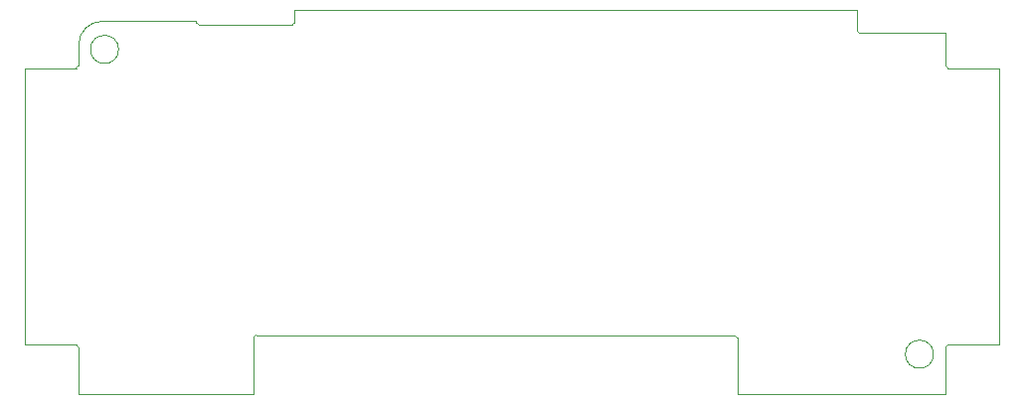
<source format=gbr>
G04 #@! TF.GenerationSoftware,KiCad,Pcbnew,(5.1.4)-1*
G04 #@! TF.CreationDate,2023-01-31T17:13:37+01:00*
G04 #@! TF.ProjectId,REG1-App-Universal,52454731-2d41-4707-902d-556e69766572,V00.10*
G04 #@! TF.SameCoordinates,Original*
G04 #@! TF.FileFunction,Profile,NP*
%FSLAX46Y46*%
G04 Gerber Fmt 4.6, Leading zero omitted, Abs format (unit mm)*
G04 Created by KiCad (PCBNEW (5.1.4)-1) date 2023-01-31 17:13:37*
%MOMM*%
%LPD*%
G04 APERTURE LIST*
%ADD10C,0.050000*%
G04 APERTURE END LIST*
D10*
X84800000Y-91400000D02*
G75*
G02X84600000Y-91200000I0J200000D01*
G01*
X93000000Y-91200000D02*
G75*
G02X92800000Y-91400000I-200000J0D01*
G01*
X74600000Y-93100000D02*
G75*
G02X76600000Y-91100000I2000000J0D01*
G01*
X76600000Y-91100000D02*
X84600000Y-91100000D01*
X84600000Y-91200000D02*
X84600000Y-91100000D01*
X92800000Y-91400000D02*
X84800000Y-91400000D01*
X93000000Y-90100000D02*
X93000000Y-91200000D01*
X141100000Y-92100000D02*
G75*
G02X140900000Y-91900000I0J200000D01*
G01*
X140900000Y-90100000D02*
X140900000Y-91900000D01*
X148400000Y-92100000D02*
X141100000Y-92100000D01*
X130500000Y-117900000D02*
G75*
G02X130700000Y-118100000I0J-200000D01*
G01*
X89500000Y-118100000D02*
G75*
G02X89700000Y-117900000I200000J0D01*
G01*
X148600000Y-95100000D02*
G75*
G02X148400000Y-94900000I0J200000D01*
G01*
X74600000Y-94900000D02*
G75*
G02X74400000Y-95100000I-200000J0D01*
G01*
X74400000Y-118700000D02*
G75*
G02X74600000Y-118900000I0J-200000D01*
G01*
X148400000Y-118900000D02*
G75*
G02X148600000Y-118700000I200000J0D01*
G01*
X78000000Y-93500000D02*
G75*
G03X78000000Y-93500000I-1200000J0D01*
G01*
X147400000Y-119500000D02*
G75*
G03X147400000Y-119500000I-1200000J0D01*
G01*
X93000000Y-90100000D02*
X140900000Y-90100000D01*
X74600000Y-94900000D02*
X74600000Y-93100000D01*
X70000000Y-95100000D02*
X74400000Y-95100000D01*
X70000000Y-95100000D02*
X70000000Y-118700000D01*
X148400000Y-94900000D02*
X148400000Y-92100000D01*
X153000000Y-95100000D02*
X148600000Y-95100000D01*
X153000000Y-95100000D02*
X153000000Y-118700000D01*
X74400000Y-118700000D02*
X70000000Y-118700000D01*
X74600000Y-122900000D02*
X74600000Y-118900000D01*
X148400000Y-118900000D02*
X148400000Y-122900000D01*
X153000000Y-118700000D02*
X148600000Y-118700000D01*
X130500000Y-117900000D02*
X89700000Y-117900000D01*
X130700000Y-122900000D02*
X130700000Y-118100000D01*
X148400000Y-122900000D02*
X130700000Y-122900000D01*
X89500000Y-122900000D02*
X89500000Y-118100000D01*
X74600000Y-122900000D02*
X89500000Y-122900000D01*
M02*

</source>
